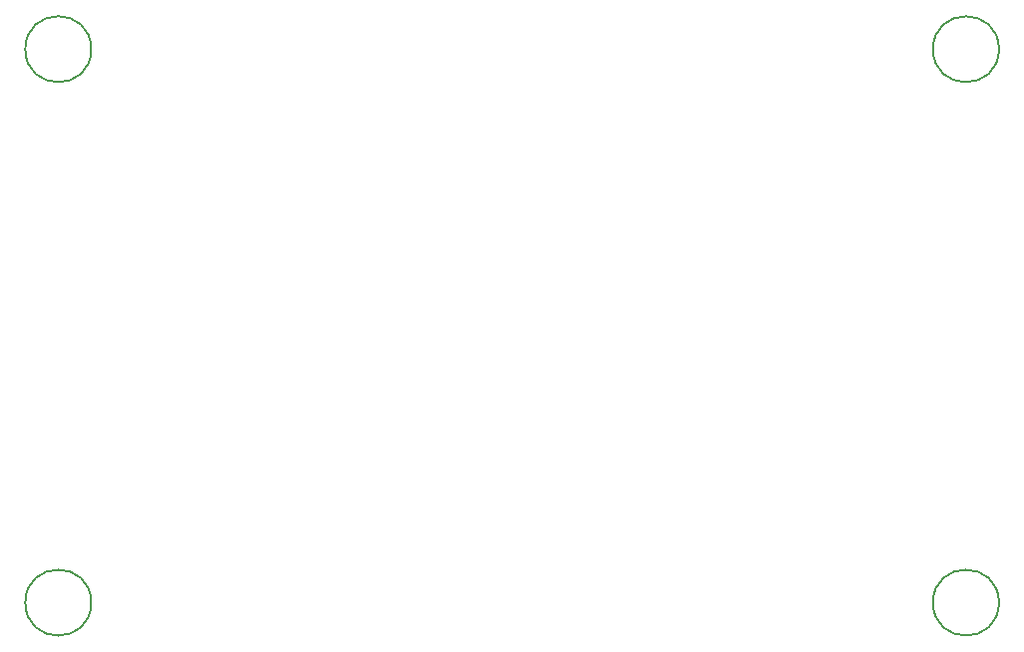
<source format=gbr>
%TF.GenerationSoftware,KiCad,Pcbnew,(6.0.9)*%
%TF.CreationDate,2023-03-08T12:20:50+02:00*%
%TF.ProjectId,GMWPY,474d5750-592e-46b6-9963-61645f706362,rev?*%
%TF.SameCoordinates,Original*%
%TF.FileFunction,Other,Comment*%
%FSLAX46Y46*%
G04 Gerber Fmt 4.6, Leading zero omitted, Abs format (unit mm)*
G04 Created by KiCad (PCBNEW (6.0.9)) date 2023-03-08 12:20:50*
%MOMM*%
%LPD*%
G01*
G04 APERTURE LIST*
%ADD10C,0.150000*%
G04 APERTURE END LIST*
D10*
%TO.C,H3*%
X133800000Y-101000000D02*
G75*
G03*
X133800000Y-101000000I-2800000J0D01*
G01*
%TO.C,H2*%
X133800000Y-54000000D02*
G75*
G03*
X133800000Y-54000000I-2800000J0D01*
G01*
%TO.C,H4*%
X56800000Y-101000000D02*
G75*
G03*
X56800000Y-101000000I-2800000J0D01*
G01*
%TO.C,H1*%
X56800000Y-54000000D02*
G75*
G03*
X56800000Y-54000000I-2800000J0D01*
G01*
%TD*%
M02*

</source>
